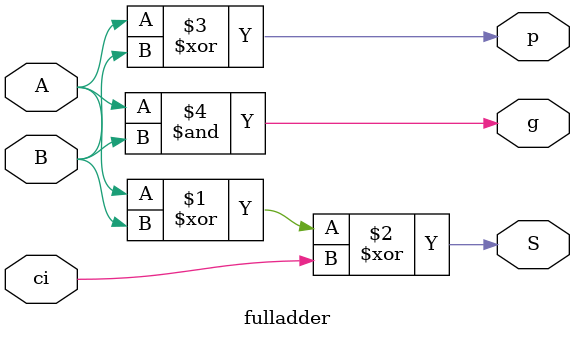
<source format=v>
`timescale 1ns/1ps

/* Descrição de um somador de N bits */
module fulladder 
(
  input  A,
  input  B,
  input  ci,
  output g,
  output p,
  output S
);

   assign S = A ^ B ^ ci;
   assign p = A ^ B;
   assign g = A & B;

    
endmodule

</source>
